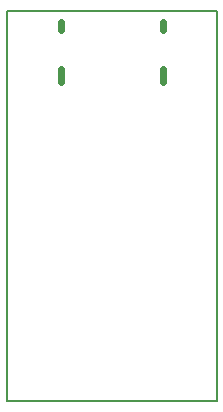
<source format=gbr>
%TF.GenerationSoftware,KiCad,Pcbnew,(5.1.10-6-gecec324121)-1*%
%TF.CreationDate,2021-07-07T13:29:10-07:00*%
%TF.ProjectId,SparkFun_ProMicro-RP2040,53706172-6b46-4756-9e5f-50726f4d6963,rev?*%
%TF.SameCoordinates,Original*%
%TF.FileFunction,Profile,NP*%
%FSLAX46Y46*%
G04 Gerber Fmt 4.6, Leading zero omitted, Abs format (unit mm)*
G04 Created by KiCad (PCBNEW (5.1.10-6-gecec324121)-1) date 2021-07-07 13:29:10*
%MOMM*%
%LPD*%
G01*
G04 APERTURE LIST*
%TA.AperFunction,Profile*%
%ADD10C,0.203200*%
%TD*%
%TA.AperFunction,Profile*%
%ADD11C,0.600000*%
%TD*%
G04 APERTURE END LIST*
D10*
X139611100Y-88493600D02*
X139611100Y-121513600D01*
X139611100Y-121513600D02*
X157391100Y-121513600D01*
X157391100Y-121513600D02*
X157391100Y-88493600D01*
X157391100Y-88493600D02*
X139611100Y-88493600D01*
D11*
%TO.C,J5*%
X144183100Y-90063600D02*
X144183100Y-89443600D01*
X152819100Y-90063600D02*
X152819100Y-89443600D01*
X144183100Y-94478600D02*
X144183100Y-93378600D01*
X152819100Y-94478600D02*
X152819100Y-93378600D01*
%TD*%
M02*

</source>
